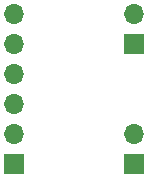
<source format=gbr>
%TF.GenerationSoftware,KiCad,Pcbnew,(6.0.1)*%
%TF.CreationDate,2022-02-02T16:18:27-06:00*%
%TF.ProjectId,AD7156-Breakout,41443731-3536-42d4-9272-65616b6f7574,rev?*%
%TF.SameCoordinates,Original*%
%TF.FileFunction,Soldermask,Bot*%
%TF.FilePolarity,Negative*%
%FSLAX46Y46*%
G04 Gerber Fmt 4.6, Leading zero omitted, Abs format (unit mm)*
G04 Created by KiCad (PCBNEW (6.0.1)) date 2022-02-02 16:18:27*
%MOMM*%
%LPD*%
G01*
G04 APERTURE LIST*
%ADD10O,1.700000X1.700000*%
%ADD11R,1.700000X1.700000*%
G04 APERTURE END LIST*
D10*
%TO.C,J2*%
X157480000Y-96520000D03*
D11*
X157480000Y-99060000D03*
%TD*%
D10*
%TO.C,J3*%
X157480000Y-106680000D03*
D11*
X157480000Y-109220000D03*
%TD*%
D10*
%TO.C,J1*%
X147320000Y-96520000D03*
X147320000Y-99060000D03*
X147320000Y-101600000D03*
X147320000Y-104140000D03*
X147320000Y-106680000D03*
D11*
X147320000Y-109220000D03*
%TD*%
M02*

</source>
